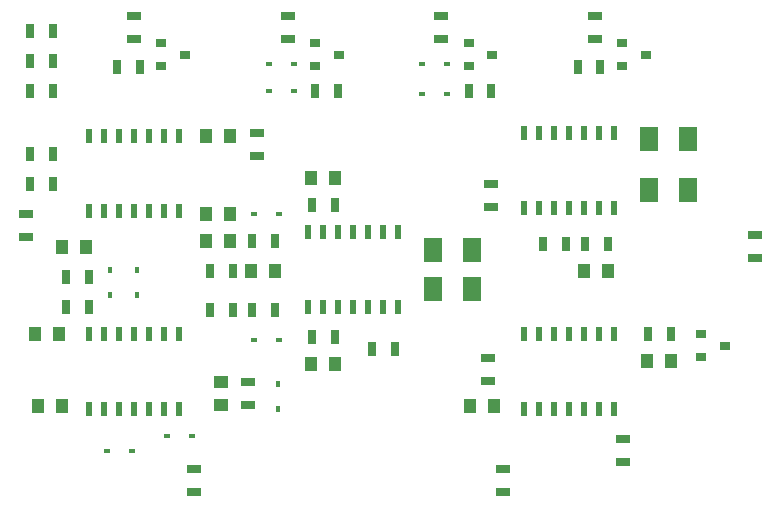
<source format=gbr>
G04 #@! TF.FileFunction,Paste,Bot*
%FSLAX46Y46*%
G04 Gerber Fmt 4.6, Leading zero omitted, Abs format (unit mm)*
G04 Created by KiCad (PCBNEW 4.0.4-stable) date 04/08/17 13:14:59*
%MOMM*%
%LPD*%
G01*
G04 APERTURE LIST*
%ADD10C,0.100000*%
%ADD11R,1.000000X1.250000*%
%ADD12R,1.250000X1.000000*%
%ADD13R,1.524000X2.032000*%
%ADD14R,0.590000X0.450000*%
%ADD15R,0.450000X0.590000*%
%ADD16R,0.900000X0.800000*%
%ADD17R,1.300000X0.700000*%
%ADD18R,0.700000X1.300000*%
%ADD19R,0.508000X1.143000*%
G04 APERTURE END LIST*
D10*
D11*
X133080000Y-101346000D03*
X131080000Y-101346000D03*
X114792000Y-106680000D03*
X112792000Y-106680000D03*
X117078000Y-99314000D03*
X115078000Y-99314000D03*
X138160000Y-93472000D03*
X136160000Y-93472000D03*
X138160000Y-109220000D03*
X136160000Y-109220000D03*
X129270000Y-96520000D03*
X127270000Y-96520000D03*
X129270000Y-98806000D03*
X127270000Y-98806000D03*
D12*
X128524000Y-112760000D03*
X128524000Y-110760000D03*
D11*
X159274000Y-101346000D03*
X161274000Y-101346000D03*
D13*
X146431000Y-99568000D03*
X149733000Y-99568000D03*
X149733000Y-102870000D03*
X146431000Y-102870000D03*
X164719000Y-90170000D03*
X168021000Y-90170000D03*
X168021000Y-94488000D03*
X164719000Y-94488000D03*
D11*
X127270000Y-89916000D03*
X129270000Y-89916000D03*
X151622000Y-112776000D03*
X149622000Y-112776000D03*
X166608000Y-108966000D03*
X164608000Y-108966000D03*
X115046000Y-112776000D03*
X113046000Y-112776000D03*
D14*
X131279000Y-96520000D03*
X133389000Y-96520000D03*
X131279000Y-107188000D03*
X133389000Y-107188000D03*
D15*
X119126000Y-101307000D03*
X119126000Y-103417000D03*
X121412000Y-101307000D03*
X121412000Y-103417000D03*
D14*
X126023000Y-115316000D03*
X123913000Y-115316000D03*
D15*
X133350000Y-110959000D03*
X133350000Y-113069000D03*
D14*
X118833000Y-116586000D03*
X120943000Y-116586000D03*
X132549000Y-83820000D03*
X134659000Y-83820000D03*
X132549000Y-86106000D03*
X134659000Y-86106000D03*
X145503000Y-83820000D03*
X147613000Y-83820000D03*
X145503000Y-86360000D03*
X147613000Y-86360000D03*
D16*
X169180000Y-108646000D03*
X169180000Y-106746000D03*
X171180000Y-107696000D03*
X123460000Y-84008000D03*
X123460000Y-82108000D03*
X125460000Y-83058000D03*
X136460000Y-84008000D03*
X136460000Y-82108000D03*
X138460000Y-83058000D03*
X149460000Y-84008000D03*
X149460000Y-82108000D03*
X151460000Y-83058000D03*
X162460000Y-84008000D03*
X162460000Y-82108000D03*
X164460000Y-83058000D03*
D17*
X151130000Y-110678000D03*
X151130000Y-108778000D03*
D18*
X114234000Y-83566000D03*
X112334000Y-83566000D03*
X114234000Y-93980000D03*
X112334000Y-93980000D03*
X131130000Y-98806000D03*
X133030000Y-98806000D03*
X114234000Y-81026000D03*
X112334000Y-81026000D03*
X112334000Y-86106000D03*
X114234000Y-86106000D03*
D17*
X112014000Y-96586000D03*
X112014000Y-98486000D03*
D18*
X114234000Y-91440000D03*
X112334000Y-91440000D03*
X117282000Y-104394000D03*
X115382000Y-104394000D03*
X117282000Y-101854000D03*
X115382000Y-101854000D03*
X133030000Y-104648000D03*
X131130000Y-104648000D03*
X138110000Y-95758000D03*
X136210000Y-95758000D03*
X138110000Y-106934000D03*
X136210000Y-106934000D03*
D17*
X152400000Y-120076000D03*
X152400000Y-118176000D03*
X131572000Y-91628000D03*
X131572000Y-89728000D03*
D18*
X129474000Y-104648000D03*
X127574000Y-104648000D03*
X127574000Y-101346000D03*
X129474000Y-101346000D03*
D17*
X126238000Y-118176000D03*
X126238000Y-120076000D03*
X130810000Y-110810000D03*
X130810000Y-112710000D03*
D18*
X141290000Y-107950000D03*
X143190000Y-107950000D03*
X155768000Y-99060000D03*
X157668000Y-99060000D03*
X159324000Y-99060000D03*
X161224000Y-99060000D03*
D17*
X173736000Y-98364000D03*
X173736000Y-100264000D03*
X151384000Y-95946000D03*
X151384000Y-94046000D03*
D18*
X166558000Y-106680000D03*
X164658000Y-106680000D03*
D17*
X162560000Y-115636000D03*
X162560000Y-117536000D03*
D18*
X119700000Y-84074000D03*
X121600000Y-84074000D03*
X158700000Y-84074000D03*
X160600000Y-84074000D03*
X138364000Y-86106000D03*
X136464000Y-86106000D03*
X151364000Y-86106000D03*
X149464000Y-86106000D03*
D17*
X121158000Y-79822000D03*
X121158000Y-81722000D03*
X134158000Y-79822000D03*
X134158000Y-81722000D03*
X147158000Y-79822000D03*
X147158000Y-81722000D03*
X160158000Y-79822000D03*
X160158000Y-81722000D03*
D19*
X154178000Y-106680000D03*
X155448000Y-106680000D03*
X156718000Y-106680000D03*
X157988000Y-106680000D03*
X159258000Y-106680000D03*
X160528000Y-106680000D03*
X161798000Y-106680000D03*
X161798000Y-113030000D03*
X160528000Y-113030000D03*
X157988000Y-113030000D03*
X156718000Y-113030000D03*
X155448000Y-113030000D03*
X154178000Y-113030000D03*
X159258000Y-113030000D03*
X135890000Y-98044000D03*
X137160000Y-98044000D03*
X138430000Y-98044000D03*
X139700000Y-98044000D03*
X140970000Y-98044000D03*
X142240000Y-98044000D03*
X143510000Y-98044000D03*
X143510000Y-104394000D03*
X142240000Y-104394000D03*
X139700000Y-104394000D03*
X138430000Y-104394000D03*
X137160000Y-104394000D03*
X135890000Y-104394000D03*
X140970000Y-104394000D03*
X117348000Y-106680000D03*
X118618000Y-106680000D03*
X119888000Y-106680000D03*
X121158000Y-106680000D03*
X122428000Y-106680000D03*
X123698000Y-106680000D03*
X124968000Y-106680000D03*
X124968000Y-113030000D03*
X123698000Y-113030000D03*
X121158000Y-113030000D03*
X119888000Y-113030000D03*
X118618000Y-113030000D03*
X117348000Y-113030000D03*
X122428000Y-113030000D03*
X124968000Y-96266000D03*
X123698000Y-96266000D03*
X122428000Y-96266000D03*
X121158000Y-96266000D03*
X119888000Y-96266000D03*
X118618000Y-96266000D03*
X117348000Y-96266000D03*
X117348000Y-89916000D03*
X118618000Y-89916000D03*
X121158000Y-89916000D03*
X122428000Y-89916000D03*
X123698000Y-89916000D03*
X124968000Y-89916000D03*
X119888000Y-89916000D03*
X154178000Y-89662000D03*
X155448000Y-89662000D03*
X156718000Y-89662000D03*
X157988000Y-89662000D03*
X159258000Y-89662000D03*
X160528000Y-89662000D03*
X161798000Y-89662000D03*
X161798000Y-96012000D03*
X160528000Y-96012000D03*
X157988000Y-96012000D03*
X156718000Y-96012000D03*
X155448000Y-96012000D03*
X154178000Y-96012000D03*
X159258000Y-96012000D03*
M02*

</source>
